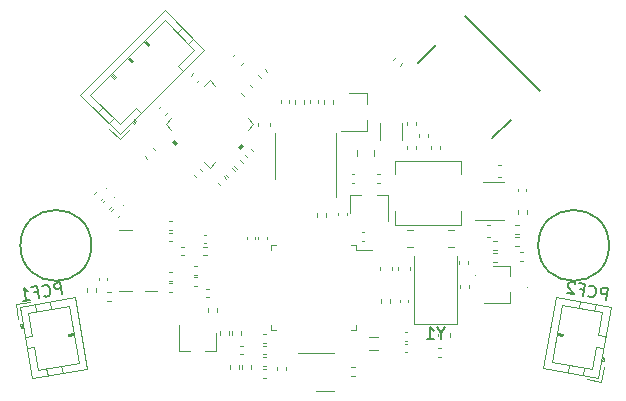
<source format=gbr>
%TF.GenerationSoftware,KiCad,Pcbnew,(5.1.10)-1*%
%TF.CreationDate,2021-12-06T16:33:20+01:00*%
%TF.ProjectId,MiniAB-CAN-Board,4d696e69-4142-42d4-9341-4e2d426f6172,rev?*%
%TF.SameCoordinates,Original*%
%TF.FileFunction,Legend,Bot*%
%TF.FilePolarity,Positive*%
%FSLAX46Y46*%
G04 Gerber Fmt 4.6, Leading zero omitted, Abs format (unit mm)*
G04 Created by KiCad (PCBNEW (5.1.10)-1) date 2021-12-06 16:33:20*
%MOMM*%
%LPD*%
G01*
G04 APERTURE LIST*
%ADD10C,0.200000*%
%ADD11C,0.120000*%
%ADD12C,0.100000*%
%ADD13C,0.127000*%
%ADD14C,0.150000*%
G04 APERTURE END LIST*
D10*
X1680400Y-55649200D02*
G75*
G03*
X1680400Y-55649200I-3000000J0D01*
G01*
X-42159600Y-55649200D02*
G75*
G03*
X-42159600Y-55649200I-3000000J0D01*
G01*
D11*
%TO.C,R12*%
X-33171159Y-59104800D02*
X-33478441Y-59104800D01*
X-33171159Y-58344800D02*
X-33478441Y-58344800D01*
D12*
%TO.C,U4*%
G36*
X-35329358Y-46866436D02*
G01*
X-35059950Y-47135843D01*
X-34880345Y-46956238D01*
X-35149753Y-46686830D01*
X-35329358Y-46866436D01*
G37*
X-35329358Y-46866436D02*
X-35059950Y-47135843D01*
X-34880345Y-46956238D01*
X-35149753Y-46686830D01*
X-35329358Y-46866436D01*
G36*
X-29491202Y-47040385D02*
G01*
X-29311597Y-47219990D01*
X-29581004Y-47489398D01*
X-29760609Y-47309793D01*
X-29491202Y-47040385D01*
G37*
X-29491202Y-47040385D02*
X-29311597Y-47219990D01*
X-29581004Y-47489398D01*
X-29760609Y-47309793D01*
X-29491202Y-47040385D01*
D11*
X-32616868Y-42119742D02*
X-32143700Y-41646574D01*
X-35388358Y-45837568D02*
X-35861526Y-45364400D01*
X-31670532Y-48609058D02*
X-32143700Y-49082226D01*
X-28899042Y-44891232D02*
X-28425874Y-45364400D01*
X-32143700Y-41646574D02*
X-31670532Y-42119742D01*
X-35861526Y-45364400D02*
X-35388358Y-44891232D01*
X-32143700Y-49082226D02*
X-32616868Y-48609058D01*
X-28425874Y-45364400D02*
X-28899042Y-45837568D01*
%TO.C,Q1*%
X-24639400Y-64734800D02*
X-21639400Y-64734800D01*
X-23139400Y-67954800D02*
X-21639400Y-67954800D01*
%TO.C,Y1*%
X-14804800Y-62282800D02*
X-14804800Y-56532800D01*
X-11204800Y-62282800D02*
X-14804800Y-62282800D01*
X-11204800Y-56532800D02*
X-11204800Y-62282800D01*
%TO.C,U5*%
X-21468400Y-48107600D02*
X-21468400Y-51557600D01*
X-21468400Y-48107600D02*
X-21468400Y-46157600D01*
X-26588400Y-48107600D02*
X-26588400Y-50057600D01*
X-26588400Y-48107600D02*
X-26588400Y-46157600D01*
%TO.C,U3*%
X-20223600Y-51411600D02*
X-20223600Y-52871600D01*
X-17063600Y-51411600D02*
X-17063600Y-53571600D01*
X-17063600Y-51411600D02*
X-17993600Y-51411600D01*
X-20223600Y-51411600D02*
X-19293600Y-51411600D01*
%TO.C,U2*%
X-7228000Y-53527600D02*
X-9678000Y-53527600D01*
X-9028000Y-50307600D02*
X-7228000Y-50307600D01*
%TO.C,U1*%
X-19719900Y-56047400D02*
X-18429900Y-56047400D01*
X-19719900Y-55597400D02*
X-19719900Y-56047400D01*
X-20169900Y-55597400D02*
X-19719900Y-55597400D01*
X-26939900Y-55597400D02*
X-26939900Y-56047400D01*
X-26489900Y-55597400D02*
X-26939900Y-55597400D01*
X-19719900Y-62817400D02*
X-19719900Y-62367400D01*
X-20169900Y-62817400D02*
X-19719900Y-62817400D01*
X-26939900Y-62817400D02*
X-26939900Y-62367400D01*
X-26489900Y-62817400D02*
X-26939900Y-62817400D01*
%TO.C,R43*%
X-22427200Y-43638441D02*
X-22427200Y-43331159D01*
X-21667200Y-43638441D02*
X-21667200Y-43331159D01*
%TO.C,R42*%
X-36445341Y-44035940D02*
X-36228060Y-43818659D01*
X-35907940Y-44573341D02*
X-35690659Y-44356060D01*
%TO.C,R41*%
X-32998259Y-41612860D02*
X-33215540Y-41830141D01*
X-33535660Y-41075459D02*
X-33752941Y-41292740D01*
%TO.C,R40*%
X-32678641Y-55745000D02*
X-32371359Y-55745000D01*
X-32678641Y-56505000D02*
X-32371359Y-56505000D01*
%TO.C,R39*%
X-34296359Y-56505000D02*
X-34603641Y-56505000D01*
X-34296359Y-55745000D02*
X-34603641Y-55745000D01*
%TO.C,R38*%
X-24916400Y-43638441D02*
X-24916400Y-43331159D01*
X-24156400Y-43638441D02*
X-24156400Y-43331159D01*
%TO.C,R37*%
X-12559300Y-63399641D02*
X-12559300Y-63092359D01*
X-11799300Y-63399641D02*
X-11799300Y-63092359D01*
%TO.C,R36*%
X-12533659Y-65073800D02*
X-12840941Y-65073800D01*
X-12533659Y-64313800D02*
X-12840941Y-64313800D01*
%TO.C,R35*%
X-30929540Y-49813059D02*
X-30712259Y-50030340D01*
X-31466941Y-50350460D02*
X-31249660Y-50567741D01*
%TO.C,R34*%
X-27475140Y-40719859D02*
X-27257859Y-40937140D01*
X-28012541Y-41257260D02*
X-27795260Y-41474541D01*
%TO.C,R33*%
X-30231040Y-49114559D02*
X-30013759Y-49331840D01*
X-30768441Y-49651960D02*
X-30551160Y-49869241D01*
%TO.C,R32*%
X-29532540Y-48416059D02*
X-29315259Y-48633340D01*
X-30069941Y-48953460D02*
X-29852660Y-49170741D01*
%TO.C,R31*%
X-32280000Y-61278641D02*
X-32280000Y-60971359D01*
X-31520000Y-61278641D02*
X-31520000Y-60971359D01*
%TO.C,R30*%
X-5891501Y-56246760D02*
X-5584219Y-56246760D01*
X-5891501Y-57006760D02*
X-5584219Y-57006760D01*
%TO.C,R29*%
X-20168841Y-65964800D02*
X-19861559Y-65964800D01*
X-20168841Y-66724800D02*
X-19861559Y-66724800D01*
%TO.C,R28*%
X-5942359Y-55701200D02*
X-6249641Y-55701200D01*
X-5942359Y-54941200D02*
X-6249641Y-54941200D01*
%TO.C,R27*%
X-6249641Y-53925200D02*
X-5942359Y-53925200D01*
X-6249641Y-54685200D02*
X-5942359Y-54685200D01*
%TO.C,R26*%
X-30506400Y-62889159D02*
X-30506400Y-63196441D01*
X-31266400Y-62889159D02*
X-31266400Y-63196441D01*
%TO.C,R25*%
X-29490400Y-62914559D02*
X-29490400Y-63221841D01*
X-30250400Y-62914559D02*
X-30250400Y-63221841D01*
%TO.C,R24*%
X-8129241Y-55296800D02*
X-7821959Y-55296800D01*
X-8129241Y-56056800D02*
X-7821959Y-56056800D01*
%TO.C,R23*%
X-8129241Y-56262000D02*
X-7821959Y-56262000D01*
X-8129241Y-57022000D02*
X-7821959Y-57022000D01*
%TO.C,R22*%
X-27638441Y-66117200D02*
X-27331159Y-66117200D01*
X-27638441Y-66877200D02*
X-27331159Y-66877200D01*
%TO.C,R21*%
X-26440400Y-66219041D02*
X-26440400Y-65911759D01*
X-25680400Y-66219041D02*
X-25680400Y-65911759D01*
%TO.C,R20*%
X-6069600Y-52985641D02*
X-6069600Y-52678359D01*
X-5309600Y-52985641D02*
X-5309600Y-52678359D01*
%TO.C,R19*%
X-41784000Y-59282359D02*
X-41784000Y-59589641D01*
X-42544000Y-59282359D02*
X-42544000Y-59589641D01*
%TO.C,R18*%
X-40452341Y-52739940D02*
X-40235060Y-52522659D01*
X-39914940Y-53277341D02*
X-39697659Y-53060060D01*
%TO.C,R17*%
X-41902341Y-51289940D02*
X-41685060Y-51072659D01*
X-41364940Y-51827341D02*
X-41147659Y-51610060D01*
%TO.C,R16*%
X-40486359Y-60330000D02*
X-40793641Y-60330000D01*
X-40486359Y-59570000D02*
X-40793641Y-59570000D01*
%TO.C,R15*%
X-10237200Y-56945559D02*
X-10237200Y-57252841D01*
X-10997200Y-56945559D02*
X-10997200Y-57252841D01*
%TO.C,R14*%
X-41177341Y-52014940D02*
X-40960060Y-51797659D01*
X-40639940Y-52552341D02*
X-40422659Y-52335060D01*
%TO.C,R13*%
X-33478441Y-57354200D02*
X-33171159Y-57354200D01*
X-33478441Y-58114200D02*
X-33171159Y-58114200D01*
%TO.C,R11*%
X-29620000Y-65796359D02*
X-29620000Y-66103641D01*
X-30380000Y-65796359D02*
X-30380000Y-66103641D01*
%TO.C,R10*%
X-28620000Y-65796359D02*
X-28620000Y-66103641D01*
X-29380000Y-65796359D02*
X-29380000Y-66103641D01*
%TO.C,R9*%
X-14707600Y-47191959D02*
X-14707600Y-47499241D01*
X-15467600Y-47191959D02*
X-15467600Y-47499241D01*
%TO.C,R8*%
X-12675600Y-47191959D02*
X-12675600Y-47499241D01*
X-13435600Y-47191959D02*
X-13435600Y-47499241D01*
%TO.C,R7*%
X-13691600Y-46175959D02*
X-13691600Y-46483241D01*
X-14451600Y-46175959D02*
X-14451600Y-46483241D01*
%TO.C,R6*%
X-23087600Y-53226941D02*
X-23087600Y-52919659D01*
X-22327600Y-53226941D02*
X-22327600Y-52919659D01*
%TO.C,R5*%
X-17601200Y-60196759D02*
X-17601200Y-60504041D01*
X-16841200Y-60196759D02*
X-16841200Y-60504041D01*
%TO.C,R4*%
X-27346359Y-65880000D02*
X-27653641Y-65880000D01*
X-27346359Y-65120000D02*
X-27653641Y-65120000D01*
%TO.C,R3*%
X-10946400Y-59284841D02*
X-10946400Y-58977559D01*
X-10186400Y-59284841D02*
X-10186400Y-58977559D01*
%TO.C,R2*%
X-16582541Y-39921140D02*
X-16365260Y-39703859D01*
X-16045140Y-40458541D02*
X-15827859Y-40241260D01*
%TO.C,R1*%
X-14707600Y-45159959D02*
X-14707600Y-45467241D01*
X-15467600Y-45159959D02*
X-15467600Y-45467241D01*
%TO.C,Q3*%
X-31595000Y-64560000D02*
X-31595000Y-63100000D01*
X-34755000Y-64560000D02*
X-34755000Y-62400000D01*
X-34755000Y-64560000D02*
X-33825000Y-64560000D01*
X-31595000Y-64560000D02*
X-32525000Y-64560000D01*
%TO.C,Q2*%
X-6722840Y-57353080D02*
X-8182840Y-57353080D01*
X-6722840Y-60513080D02*
X-8882840Y-60513080D01*
X-6722840Y-60513080D02*
X-6722840Y-59583080D01*
X-6722840Y-57353080D02*
X-6722840Y-58283080D01*
%TO.C,L2*%
X-16439800Y-53893700D02*
X-16439800Y-52743700D01*
X-16439800Y-48493700D02*
X-16439800Y-49643700D01*
X-10839800Y-53893700D02*
X-10839800Y-52743700D01*
X-10839800Y-48493700D02*
X-10839800Y-49643700D01*
X-10839800Y-53893700D02*
X-16439800Y-53893700D01*
X-10839800Y-48493700D02*
X-16439800Y-48493700D01*
%TO.C,L1*%
X-18649522Y-63409900D02*
X-17850278Y-63409900D01*
X-18649522Y-64529900D02*
X-17850278Y-64529900D01*
%TO.C,J11*%
X-39749977Y-46645567D02*
X-40633860Y-45761684D01*
X-38866093Y-45761684D02*
X-39749977Y-46645567D01*
X-37664012Y-38322920D02*
X-37310458Y-38676474D01*
X-37239748Y-38605763D02*
X-37593301Y-38252210D01*
X-37381169Y-38747185D02*
X-37239748Y-38605763D01*
X-37734722Y-38393631D02*
X-37381169Y-38747185D01*
X-39078225Y-39737134D02*
X-38724672Y-40090687D01*
X-38653961Y-40019977D02*
X-39007515Y-39666423D01*
X-38795383Y-40161398D02*
X-38653961Y-40019977D01*
X-39148936Y-39807845D02*
X-38795383Y-40161398D01*
X-40492439Y-41151348D02*
X-40138885Y-41504901D01*
X-40068175Y-41434190D02*
X-40421728Y-41080637D01*
X-40209596Y-41575612D02*
X-40068175Y-41434190D01*
X-40563149Y-41222058D02*
X-40209596Y-41575612D01*
X-34439605Y-37219834D02*
X-34870940Y-37651169D01*
X-33520366Y-38139073D02*
X-33951701Y-38570408D01*
X-41595525Y-44375755D02*
X-41164190Y-43944419D01*
X-40676287Y-45294993D02*
X-40244951Y-44863658D01*
X-34835585Y-40444241D02*
X-34404249Y-40875576D01*
X-33456726Y-39065383D02*
X-34835585Y-40444241D01*
X-35931600Y-36590509D02*
X-33456726Y-39065383D01*
X-42224850Y-42883759D02*
X-35931600Y-36590509D01*
X-39749977Y-45358633D02*
X-42224850Y-42883759D01*
X-38371118Y-43979775D02*
X-39749977Y-45358633D01*
X-37939783Y-44411110D02*
X-38371118Y-43979775D01*
X-38434758Y-45047506D02*
X-38646890Y-45259638D01*
X-38576179Y-45330349D02*
X-38717601Y-45188927D01*
X-38364047Y-45118217D02*
X-38576179Y-45330349D01*
X-38505469Y-44976795D02*
X-38364047Y-45118217D01*
X-32594056Y-39065383D02*
X-39749977Y-46221303D01*
X-35931600Y-35727839D02*
X-32594056Y-39065383D01*
X-43087521Y-42883759D02*
X-35931600Y-35727839D01*
X-39749977Y-46221303D02*
X-43087521Y-42883759D01*
%TO.C,J9*%
X1007735Y-67206544D02*
X-223275Y-66989484D01*
X1224795Y-65975534D02*
X1007735Y-67206544D01*
X-2751810Y-63131801D02*
X-2259406Y-63218626D01*
X-2242041Y-63120145D02*
X-2734445Y-63033321D01*
X-2276771Y-63317106D02*
X-2242041Y-63120145D01*
X-2769174Y-63230282D02*
X-2276771Y-63317106D01*
X-743235Y-60378762D02*
X-849160Y-60979495D01*
X537015Y-60604505D02*
X431090Y-61205237D01*
X-1805961Y-66405785D02*
X-1700036Y-65805053D01*
X-525711Y-66631528D02*
X-419786Y-66030795D01*
X781842Y-63247166D02*
X1382574Y-63353092D01*
X1120456Y-61326791D02*
X781842Y-63247166D01*
X-2326372Y-60719022D02*
X1120456Y-61326791D01*
X-3177248Y-65544580D02*
X-2326372Y-60719022D01*
X269579Y-66152349D02*
X-3177248Y-65544580D01*
X608193Y-64231974D02*
X269579Y-66152349D01*
X1208926Y-64337899D02*
X608193Y-64231974D01*
X1168488Y-65143110D02*
X1116394Y-65438553D01*
X1214875Y-65455917D02*
X1017913Y-65421188D01*
X1266969Y-65160475D02*
X1214875Y-65455917D01*
X1070008Y-65125746D02*
X1266969Y-65160475D01*
X1827114Y-60831984D02*
X764387Y-66859007D01*
X-2821179Y-60012364D02*
X1827114Y-60831984D01*
X-3883906Y-66039388D02*
X-2821179Y-60012364D01*
X764387Y-66859007D02*
X-3883906Y-66039388D01*
%TO.C,J8*%
X-48563354Y-60627851D02*
X-47332344Y-60410791D01*
X-48346294Y-61858861D02*
X-48563354Y-60627851D01*
X-43636894Y-63171017D02*
X-44129298Y-63257841D01*
X-44111933Y-63356322D02*
X-43619529Y-63269498D01*
X-44146663Y-63159360D02*
X-44111933Y-63356322D01*
X-43654259Y-63072536D02*
X-44146663Y-63159360D01*
X-44582742Y-66445001D02*
X-44688668Y-65844268D01*
X-45862992Y-66670744D02*
X-45968918Y-66070011D01*
X-45645469Y-60417977D02*
X-45539544Y-61018710D01*
X-46925719Y-60643720D02*
X-46819794Y-61244453D01*
X-46996897Y-64271189D02*
X-47597630Y-64377115D01*
X-46658283Y-66191565D02*
X-46996897Y-64271189D01*
X-43211456Y-65583796D02*
X-46658283Y-66191565D01*
X-44062332Y-60758238D02*
X-43211456Y-65583796D01*
X-47509159Y-61366007D02*
X-44062332Y-60758238D01*
X-47170545Y-63286382D02*
X-47509159Y-61366007D01*
X-47771278Y-63392307D02*
X-47170545Y-63286382D01*
X-48008677Y-62621826D02*
X-48060772Y-62326383D01*
X-48159252Y-62343748D02*
X-47962291Y-62309019D01*
X-48107158Y-62639191D02*
X-48159252Y-62343748D01*
X-47910196Y-62604461D02*
X-48107158Y-62639191D01*
X-47153090Y-66898223D02*
X-48215817Y-60871199D01*
X-42504798Y-66078603D02*
X-47153090Y-66898223D01*
X-43567525Y-60051580D02*
X-42504798Y-66078603D01*
X-48215817Y-60871199D02*
X-43567525Y-60051580D01*
D13*
%TO.C,J1*%
X-6634701Y-45011035D02*
X-8190336Y-46566670D01*
X-12956235Y-38689501D02*
X-14511870Y-40245136D01*
X-10502575Y-36235840D02*
X-4181040Y-42557375D01*
D11*
%TO.C,IC1*%
X-38736200Y-59549180D02*
X-39786200Y-59549180D01*
X-37616200Y-59549180D02*
X-36566200Y-59549180D01*
X-38736200Y-54329180D02*
X-39786200Y-54329180D01*
%TO.C,D8*%
X-18848800Y-42768400D02*
X-20308800Y-42768400D01*
X-18848800Y-45928400D02*
X-21008800Y-45928400D01*
X-18848800Y-45928400D02*
X-18848800Y-44998400D01*
X-18848800Y-42768400D02*
X-18848800Y-43698400D01*
D12*
%TO.C,D7*%
X-33125000Y-62215000D02*
G75*
G03*
X-33125000Y-62215000I-50000J0D01*
G01*
%TO.C,D6*%
X-5174780Y-59197580D02*
G75*
G03*
X-5174780Y-59197580I-50000J0D01*
G01*
%TO.C,D5*%
X-21055200Y-65354200D02*
G75*
G03*
X-21055200Y-65354200I-50000J0D01*
G01*
%TO.C,D4*%
X-39420746Y-52295746D02*
G75*
G03*
X-39420746Y-52295746I-50000J0D01*
G01*
%TO.C,D3*%
X-40870746Y-50845746D02*
G75*
G03*
X-40870746Y-50845746I-50000J0D01*
G01*
%TO.C,D2*%
X-9602000Y-58189200D02*
G75*
G03*
X-9602000Y-58189200I-50000J0D01*
G01*
%TO.C,D1*%
X-40145746Y-51570746D02*
G75*
G03*
X-40145746Y-51570746I-50000J0D01*
G01*
D11*
%TO.C,C38*%
X-20123036Y-49639900D02*
X-19907364Y-49639900D01*
X-20123036Y-50359900D02*
X-19907364Y-50359900D01*
%TO.C,C37*%
X-32417164Y-55485000D02*
X-32632836Y-55485000D01*
X-32417164Y-54765000D02*
X-32632836Y-54765000D01*
%TO.C,C36*%
X-32943293Y-49199190D02*
X-32790790Y-49351693D01*
X-33452410Y-49708307D02*
X-33299907Y-49860810D01*
%TO.C,C35*%
X-23677200Y-43592636D02*
X-23677200Y-43376964D01*
X-22957200Y-43592636D02*
X-22957200Y-43376964D01*
%TO.C,C34*%
X-25395600Y-43376964D02*
X-25395600Y-43592636D01*
X-26115600Y-43376964D02*
X-26115600Y-43592636D01*
%TO.C,C32*%
X-30178030Y-39616781D02*
X-29979219Y-39417970D01*
X-29456781Y-40338030D02*
X-29257970Y-40139219D01*
%TO.C,C31*%
X-13517200Y-63328436D02*
X-13517200Y-63112764D01*
X-12797200Y-63328436D02*
X-12797200Y-63112764D01*
%TO.C,C30*%
X-37446819Y-48313630D02*
X-37645630Y-48114819D01*
X-36725570Y-47592381D02*
X-36924381Y-47393570D01*
%TO.C,C29*%
X-28981907Y-48184410D02*
X-29134410Y-48031907D01*
X-28472790Y-47675293D02*
X-28625293Y-47522790D01*
%TO.C,C28*%
X-28043600Y-45581180D02*
X-28043600Y-45300020D01*
X-27023600Y-45581180D02*
X-27023600Y-45300020D01*
%TO.C,C27*%
X-28745581Y-42059570D02*
X-28546770Y-42258381D01*
X-29466830Y-42780819D02*
X-29268019Y-42979630D01*
%TO.C,C26*%
X-21264200Y-53117636D02*
X-21264200Y-52901964D01*
X-20544200Y-53117636D02*
X-20544200Y-52901964D01*
%TO.C,C25*%
X-17748364Y-50359900D02*
X-17964036Y-50359900D01*
X-17748364Y-49639900D02*
X-17964036Y-49639900D01*
%TO.C,C24*%
X-35353104Y-54324840D02*
X-35568776Y-54324840D01*
X-35353104Y-53604840D02*
X-35568776Y-53604840D01*
%TO.C,C23*%
X-35573856Y-57902520D02*
X-35358184Y-57902520D01*
X-35573856Y-58622520D02*
X-35358184Y-58622520D01*
%TO.C,C22*%
X-19683400Y-48064052D02*
X-19683400Y-47541548D01*
X-18213400Y-48064052D02*
X-18213400Y-47541548D01*
%TO.C,C21*%
X-35571316Y-54577660D02*
X-35355644Y-54577660D01*
X-35571316Y-55297660D02*
X-35355644Y-55297660D01*
%TO.C,C20*%
X-35358184Y-59592800D02*
X-35573856Y-59592800D01*
X-35358184Y-58872800D02*
X-35573856Y-58872800D01*
%TO.C,C19*%
X-11473548Y-55814900D02*
X-11996052Y-55814900D01*
X-11473548Y-54344900D02*
X-11996052Y-54344900D01*
%TO.C,C18*%
X-14927948Y-55814900D02*
X-15450452Y-55814900D01*
X-14927948Y-54344900D02*
X-15450452Y-54344900D01*
%TO.C,C17*%
X-6049600Y-51060236D02*
X-6049600Y-50844564D01*
X-5329600Y-51060236D02*
X-5329600Y-50844564D01*
%TO.C,C16*%
X-8393820Y-54967600D02*
X-8674980Y-54967600D01*
X-8393820Y-53947600D02*
X-8674980Y-53947600D01*
%TO.C,C15*%
X-40788000Y-58392164D02*
X-40788000Y-58607836D01*
X-41508000Y-58392164D02*
X-41508000Y-58607836D01*
%TO.C,C14*%
X-27387664Y-64863300D02*
X-27603336Y-64863300D01*
X-27387664Y-64143300D02*
X-27603336Y-64143300D01*
%TO.C,C13*%
X-32226364Y-60050000D02*
X-32442036Y-60050000D01*
X-32226364Y-59330000D02*
X-32442036Y-59330000D01*
%TO.C,C12*%
X-28998500Y-55124236D02*
X-28998500Y-54908564D01*
X-28278500Y-55124236D02*
X-28278500Y-54908564D01*
%TO.C,C11*%
X-7479420Y-49887600D02*
X-7760580Y-49887600D01*
X-7479420Y-48867600D02*
X-7760580Y-48867600D01*
%TO.C,C10*%
X-15627236Y-63000300D02*
X-15411564Y-63000300D01*
X-15627236Y-63720300D02*
X-15411564Y-63720300D01*
%TO.C,C9*%
X-15411564Y-64710900D02*
X-15627236Y-64710900D01*
X-15411564Y-63990900D02*
X-15627236Y-63990900D01*
%TO.C,C8*%
X-27603336Y-63165400D02*
X-27387664Y-63165400D01*
X-27603336Y-63885400D02*
X-27387664Y-63885400D01*
%TO.C,C7*%
X-15854000Y-45262748D02*
X-15854000Y-46685252D01*
X-17674000Y-45262748D02*
X-17674000Y-46685252D01*
%TO.C,C6*%
X-29557836Y-64140000D02*
X-29342164Y-64140000D01*
X-29557836Y-64860000D02*
X-29342164Y-64860000D01*
%TO.C,C5*%
X-19272136Y-54529400D02*
X-19056464Y-54529400D01*
X-19272136Y-55249400D02*
X-19056464Y-55249400D01*
%TO.C,C4*%
X-28020600Y-55124236D02*
X-28020600Y-54908564D01*
X-27300600Y-55124236D02*
X-27300600Y-54908564D01*
%TO.C,C3*%
X-15337200Y-60242564D02*
X-15337200Y-60458236D01*
X-16057200Y-60242564D02*
X-16057200Y-60458236D01*
%TO.C,C2*%
X-15187200Y-57466620D02*
X-15187200Y-57747780D01*
X-16207200Y-57466620D02*
X-16207200Y-57747780D01*
%TO.C,C1*%
X-16711200Y-57466620D02*
X-16711200Y-57747780D01*
X-17731200Y-57466620D02*
X-17731200Y-57747780D01*
%TO.C,Y1*%
D14*
X-12541309Y-63107890D02*
X-12541309Y-63584080D01*
X-12207976Y-62584080D02*
X-12541309Y-63107890D01*
X-12874642Y-62584080D01*
X-13731785Y-63584080D02*
X-13160357Y-63584080D01*
X-13446071Y-63584080D02*
X-13446071Y-62584080D01*
X-13350833Y-62726938D01*
X-13255595Y-62822176D01*
X-13160357Y-62869795D01*
%TO.C,J9*%
X1410391Y-60272521D02*
X1584039Y-59287714D01*
X1208874Y-59221562D01*
X1106814Y-59251920D01*
X1051649Y-59290546D01*
X988216Y-59376069D01*
X963409Y-59516755D01*
X993766Y-59618816D01*
X1032393Y-59673980D01*
X1117915Y-59737414D01*
X1493080Y-59803565D01*
X-120625Y-59905854D02*
X-81999Y-59961019D01*
X50418Y-60032722D01*
X144209Y-60049259D01*
X293165Y-60027171D01*
X403494Y-59949917D01*
X466928Y-59864395D01*
X546899Y-59685082D01*
X571706Y-59544395D01*
X557886Y-59348544D01*
X527529Y-59246483D01*
X450275Y-59136154D01*
X317857Y-59064452D01*
X224066Y-59047914D01*
X75110Y-59070003D01*
X19946Y-59108629D01*
X-796535Y-59351491D02*
X-468265Y-59409373D01*
X-559224Y-59925225D02*
X-385576Y-58940417D01*
X-854532Y-58857728D01*
X-1199339Y-58893636D02*
X-1237966Y-58838472D01*
X-1323488Y-58775038D01*
X-1557966Y-58733693D01*
X-1660026Y-58764051D01*
X-1715191Y-58802678D01*
X-1778624Y-58888200D01*
X-1795162Y-58981991D01*
X-1773073Y-59130947D01*
X-1309554Y-59792922D01*
X-1919196Y-59685425D01*
%TO.C,J8*%
X-44609698Y-59744494D02*
X-44783346Y-58759686D01*
X-45158511Y-58825838D01*
X-45244033Y-58889272D01*
X-45282660Y-58944436D01*
X-45313018Y-59046496D01*
X-45288211Y-59187183D01*
X-45224777Y-59272705D01*
X-45169613Y-59311332D01*
X-45067553Y-59341690D01*
X-44692388Y-59275538D01*
X-46173791Y-59923579D02*
X-46118627Y-59962205D01*
X-45969671Y-59984294D01*
X-45875880Y-59967756D01*
X-45743462Y-59896054D01*
X-45666208Y-59785724D01*
X-45635851Y-59683664D01*
X-45622031Y-59487813D01*
X-45646838Y-59347126D01*
X-45726809Y-59167813D01*
X-45790243Y-59082290D01*
X-45900572Y-59005037D01*
X-46049528Y-58982948D01*
X-46143319Y-58999486D01*
X-46275737Y-59071189D01*
X-46314363Y-59126353D01*
X-46998541Y-59633822D02*
X-46670272Y-59575939D01*
X-46579314Y-60091790D02*
X-46752962Y-59106983D01*
X-47221918Y-59189672D01*
X-47939286Y-60331590D02*
X-47376539Y-60232363D01*
X-47657913Y-60281977D02*
X-47831561Y-59297169D01*
X-47712963Y-59421318D01*
X-47602634Y-59498571D01*
X-47500573Y-59528929D01*
%TD*%
M02*

</source>
